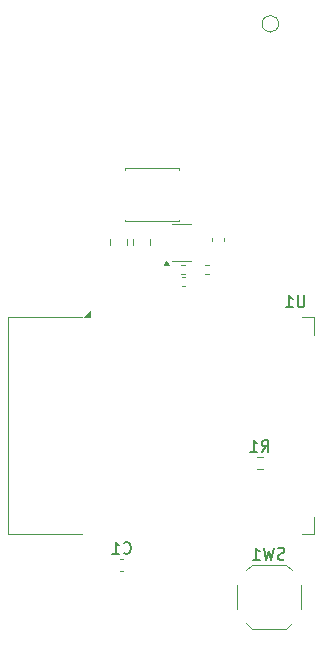
<source format=gbr>
%TF.GenerationSoftware,KiCad,Pcbnew,8.0.3*%
%TF.CreationDate,2024-07-17T21:07:09-04:00*%
%TF.ProjectId,Mainboard,4d61696e-626f-4617-9264-2e6b69636164,rev?*%
%TF.SameCoordinates,Original*%
%TF.FileFunction,Legend,Bot*%
%TF.FilePolarity,Positive*%
%FSLAX46Y46*%
G04 Gerber Fmt 4.6, Leading zero omitted, Abs format (unit mm)*
G04 Created by KiCad (PCBNEW 8.0.3) date 2024-07-17 21:07:09*
%MOMM*%
%LPD*%
G01*
G04 APERTURE LIST*
%ADD10C,0.150000*%
%ADD11C,0.120000*%
G04 APERTURE END LIST*
D10*
X136564666Y-112340580D02*
X136612285Y-112388200D01*
X136612285Y-112388200D02*
X136755142Y-112435819D01*
X136755142Y-112435819D02*
X136850380Y-112435819D01*
X136850380Y-112435819D02*
X136993237Y-112388200D01*
X136993237Y-112388200D02*
X137088475Y-112292961D01*
X137088475Y-112292961D02*
X137136094Y-112197723D01*
X137136094Y-112197723D02*
X137183713Y-112007247D01*
X137183713Y-112007247D02*
X137183713Y-111864390D01*
X137183713Y-111864390D02*
X137136094Y-111673914D01*
X137136094Y-111673914D02*
X137088475Y-111578676D01*
X137088475Y-111578676D02*
X136993237Y-111483438D01*
X136993237Y-111483438D02*
X136850380Y-111435819D01*
X136850380Y-111435819D02*
X136755142Y-111435819D01*
X136755142Y-111435819D02*
X136612285Y-111483438D01*
X136612285Y-111483438D02*
X136564666Y-111531057D01*
X135612285Y-112435819D02*
X136183713Y-112435819D01*
X135897999Y-112435819D02*
X135897999Y-111435819D01*
X135897999Y-111435819D02*
X135993237Y-111578676D01*
X135993237Y-111578676D02*
X136088475Y-111673914D01*
X136088475Y-111673914D02*
X136183713Y-111721533D01*
X148248666Y-103799819D02*
X148581999Y-103323628D01*
X148820094Y-103799819D02*
X148820094Y-102799819D01*
X148820094Y-102799819D02*
X148439142Y-102799819D01*
X148439142Y-102799819D02*
X148343904Y-102847438D01*
X148343904Y-102847438D02*
X148296285Y-102895057D01*
X148296285Y-102895057D02*
X148248666Y-102990295D01*
X148248666Y-102990295D02*
X148248666Y-103133152D01*
X148248666Y-103133152D02*
X148296285Y-103228390D01*
X148296285Y-103228390D02*
X148343904Y-103276009D01*
X148343904Y-103276009D02*
X148439142Y-103323628D01*
X148439142Y-103323628D02*
X148820094Y-103323628D01*
X147296285Y-103799819D02*
X147867713Y-103799819D01*
X147581999Y-103799819D02*
X147581999Y-102799819D01*
X147581999Y-102799819D02*
X147677237Y-102942676D01*
X147677237Y-102942676D02*
X147772475Y-103037914D01*
X147772475Y-103037914D02*
X147867713Y-103085533D01*
X150177332Y-112885200D02*
X150034475Y-112932819D01*
X150034475Y-112932819D02*
X149796380Y-112932819D01*
X149796380Y-112932819D02*
X149701142Y-112885200D01*
X149701142Y-112885200D02*
X149653523Y-112837580D01*
X149653523Y-112837580D02*
X149605904Y-112742342D01*
X149605904Y-112742342D02*
X149605904Y-112647104D01*
X149605904Y-112647104D02*
X149653523Y-112551866D01*
X149653523Y-112551866D02*
X149701142Y-112504247D01*
X149701142Y-112504247D02*
X149796380Y-112456628D01*
X149796380Y-112456628D02*
X149986856Y-112409009D01*
X149986856Y-112409009D02*
X150082094Y-112361390D01*
X150082094Y-112361390D02*
X150129713Y-112313771D01*
X150129713Y-112313771D02*
X150177332Y-112218533D01*
X150177332Y-112218533D02*
X150177332Y-112123295D01*
X150177332Y-112123295D02*
X150129713Y-112028057D01*
X150129713Y-112028057D02*
X150082094Y-111980438D01*
X150082094Y-111980438D02*
X149986856Y-111932819D01*
X149986856Y-111932819D02*
X149748761Y-111932819D01*
X149748761Y-111932819D02*
X149605904Y-111980438D01*
X149272570Y-111932819D02*
X149034475Y-112932819D01*
X149034475Y-112932819D02*
X148843999Y-112218533D01*
X148843999Y-112218533D02*
X148653523Y-112932819D01*
X148653523Y-112932819D02*
X148415428Y-111932819D01*
X147510666Y-112932819D02*
X148082094Y-112932819D01*
X147796380Y-112932819D02*
X147796380Y-111932819D01*
X147796380Y-111932819D02*
X147891618Y-112075676D01*
X147891618Y-112075676D02*
X147986856Y-112170914D01*
X147986856Y-112170914D02*
X148082094Y-112218533D01*
X151861904Y-90554819D02*
X151861904Y-91364342D01*
X151861904Y-91364342D02*
X151814285Y-91459580D01*
X151814285Y-91459580D02*
X151766666Y-91507200D01*
X151766666Y-91507200D02*
X151671428Y-91554819D01*
X151671428Y-91554819D02*
X151480952Y-91554819D01*
X151480952Y-91554819D02*
X151385714Y-91507200D01*
X151385714Y-91507200D02*
X151338095Y-91459580D01*
X151338095Y-91459580D02*
X151290476Y-91364342D01*
X151290476Y-91364342D02*
X151290476Y-90554819D01*
X150290476Y-91554819D02*
X150861904Y-91554819D01*
X150576190Y-91554819D02*
X150576190Y-90554819D01*
X150576190Y-90554819D02*
X150671428Y-90697676D01*
X150671428Y-90697676D02*
X150766666Y-90792914D01*
X150766666Y-90792914D02*
X150861904Y-90840533D01*
D11*
%TO.C,L1*%
X136683500Y-79782000D02*
X141203500Y-79782000D01*
X136683500Y-84302000D02*
X141203500Y-84302000D01*
X141203500Y-79932000D02*
X141203500Y-79782000D01*
X136683500Y-79932000D02*
X136683500Y-79782000D01*
X141203500Y-84152000D02*
X141203500Y-84302000D01*
X136683500Y-84152000D02*
X136683500Y-84302000D01*
%TO.C,C2*%
X144021500Y-85992580D02*
X144021500Y-85711420D01*
X145041500Y-85992580D02*
X145041500Y-85711420D01*
%TO.C,C1*%
X136257420Y-112901000D02*
X136538580Y-112901000D01*
X136257420Y-113921000D02*
X136538580Y-113921000D01*
%TO.C,C3*%
X137314000Y-86301252D02*
X137314000Y-85778748D01*
X138784000Y-86301252D02*
X138784000Y-85778748D01*
%TO.C,C4*%
X135409000Y-86301252D02*
X135409000Y-85778748D01*
X136879000Y-86301252D02*
X136879000Y-85778748D01*
%TO.C,R36*%
X143796141Y-88772000D02*
X143488859Y-88772000D01*
X143796141Y-88012000D02*
X143488859Y-88012000D01*
%TO.C,R35*%
X141764141Y-88772000D02*
X141456859Y-88772000D01*
X141764141Y-88012000D02*
X141456859Y-88012000D01*
%TO.C,R1*%
X147844742Y-104252500D02*
X148319258Y-104252500D01*
X147844742Y-105297500D02*
X148319258Y-105297500D01*
%TO.C,SW1*%
X151564000Y-115038000D02*
X151564000Y-117118000D01*
X150784000Y-113848000D02*
X150294000Y-113358000D01*
X147394000Y-113358000D02*
X150294000Y-113358000D01*
X150784000Y-118308000D02*
X150294000Y-118798000D01*
X147394000Y-118798000D02*
X150294000Y-118798000D01*
X146904000Y-113848000D02*
X147394000Y-113358000D01*
X146904000Y-118308000D02*
X147394000Y-118798000D01*
X146124000Y-115038000D02*
X146124000Y-117118000D01*
%TO.C,C5*%
X141738236Y-89752800D02*
X141522564Y-89752800D01*
X141738236Y-89032800D02*
X141522564Y-89032800D01*
%TO.C,U2*%
X140683500Y-87666000D02*
X141483500Y-87666000D01*
X142283500Y-87666000D02*
X141483500Y-87666000D01*
X140683500Y-84546000D02*
X141483500Y-84546000D01*
X142283500Y-84546000D02*
X141483500Y-84546000D01*
X140423500Y-87946000D02*
X139943500Y-87946000D01*
X140183500Y-87616000D01*
X140423500Y-87946000D01*
G36*
X140423500Y-87946000D02*
G01*
X139943500Y-87946000D01*
X140183500Y-87616000D01*
X140423500Y-87946000D01*
G37*
%TO.C,U1*%
X133000000Y-92400000D02*
X126800000Y-92400000D01*
X126800000Y-110800000D02*
X126800000Y-92400000D01*
X152650000Y-92400000D02*
X151650000Y-92400000D01*
X152650000Y-93900000D02*
X152650000Y-92400000D01*
X133000000Y-110800000D02*
X126800000Y-110800000D01*
X152650000Y-109300000D02*
X152650000Y-110800000D01*
X151650000Y-110800000D02*
X152650000Y-110800000D01*
X133675000Y-92400000D02*
X133175000Y-92400000D01*
X133675000Y-91900000D01*
X133675000Y-92400000D01*
G36*
X133675000Y-92400000D02*
G01*
X133175000Y-92400000D01*
X133675000Y-91900000D01*
X133675000Y-92400000D01*
G37*
%TO.C,TP1*%
X149676726Y-67565410D02*
G75*
G02*
X148276726Y-67565410I-700000J0D01*
G01*
X148276726Y-67565410D02*
G75*
G02*
X149676726Y-67565410I700000J0D01*
G01*
%TD*%
M02*

</source>
